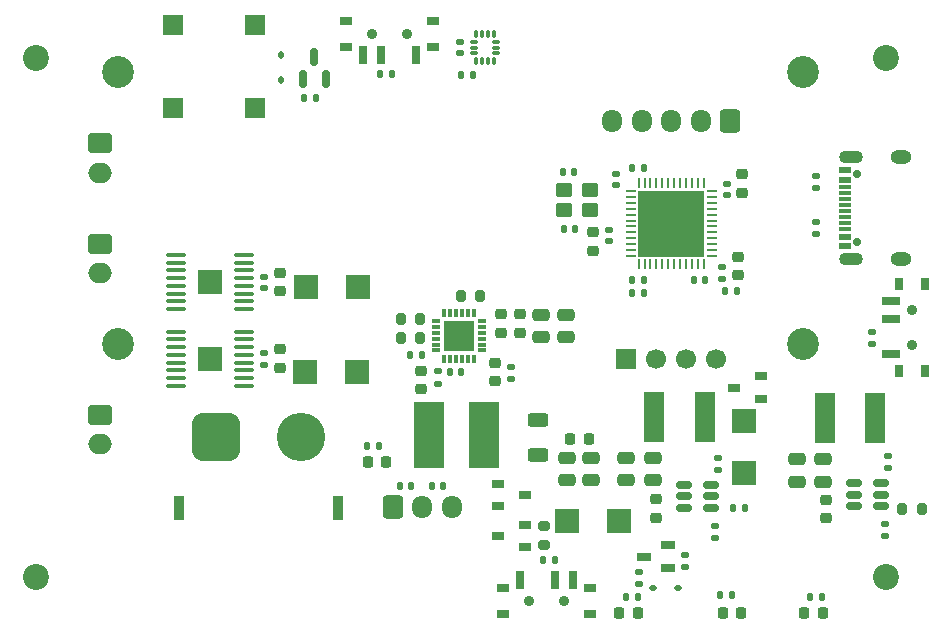
<source format=gbr>
%TF.GenerationSoftware,KiCad,Pcbnew,9.0.2*%
%TF.CreationDate,2025-12-01T07:49:58-05:00*%
%TF.ProjectId,VolleyBot,566f6c6c-6579-4426-9f74-2e6b69636164,rev?*%
%TF.SameCoordinates,Original*%
%TF.FileFunction,Soldermask,Top*%
%TF.FilePolarity,Negative*%
%FSLAX46Y46*%
G04 Gerber Fmt 4.6, Leading zero omitted, Abs format (unit mm)*
G04 Created by KiCad (PCBNEW 9.0.2) date 2025-12-01 07:49:58*
%MOMM*%
%LPD*%
G01*
G04 APERTURE LIST*
G04 Aperture macros list*
%AMRoundRect*
0 Rectangle with rounded corners*
0 $1 Rounding radius*
0 $2 $3 $4 $5 $6 $7 $8 $9 X,Y pos of 4 corners*
0 Add a 4 corners polygon primitive as box body*
4,1,4,$2,$3,$4,$5,$6,$7,$8,$9,$2,$3,0*
0 Add four circle primitives for the rounded corners*
1,1,$1+$1,$2,$3*
1,1,$1+$1,$4,$5*
1,1,$1+$1,$6,$7*
1,1,$1+$1,$8,$9*
0 Add four rect primitives between the rounded corners*
20,1,$1+$1,$2,$3,$4,$5,0*
20,1,$1+$1,$4,$5,$6,$7,0*
20,1,$1+$1,$6,$7,$8,$9,0*
20,1,$1+$1,$8,$9,$2,$3,0*%
G04 Aperture macros list end*
%ADD10R,2.000000X2.000000*%
%ADD11RoundRect,0.135000X0.135000X0.185000X-0.135000X0.185000X-0.135000X-0.185000X0.135000X-0.185000X0*%
%ADD12RoundRect,0.135000X-0.185000X0.135000X-0.185000X-0.135000X0.185000X-0.135000X0.185000X0.135000X0*%
%ADD13R,5.600000X5.600000*%
%ADD14RoundRect,0.062500X-0.062500X-0.375000X0.062500X-0.375000X0.062500X0.375000X-0.062500X0.375000X0*%
%ADD15RoundRect,0.062500X-0.375000X-0.062500X0.375000X-0.062500X0.375000X0.062500X-0.375000X0.062500X0*%
%ADD16RoundRect,0.087500X-0.225000X0.087500X-0.225000X-0.087500X0.225000X-0.087500X0.225000X0.087500X0*%
%ADD17RoundRect,0.087500X-0.087500X0.225000X-0.087500X-0.225000X0.087500X-0.225000X0.087500X0.225000X0*%
%ADD18RoundRect,0.135000X-0.135000X-0.185000X0.135000X-0.185000X0.135000X0.185000X-0.135000X0.185000X0*%
%ADD19RoundRect,0.225000X-0.250000X0.225000X-0.250000X-0.225000X0.250000X-0.225000X0.250000X0.225000X0*%
%ADD20RoundRect,0.140000X-0.170000X0.140000X-0.170000X-0.140000X0.170000X-0.140000X0.170000X0.140000X0*%
%ADD21RoundRect,0.140000X0.170000X-0.140000X0.170000X0.140000X-0.170000X0.140000X-0.170000X-0.140000X0*%
%ADD22RoundRect,0.250000X0.450000X0.350000X-0.450000X0.350000X-0.450000X-0.350000X0.450000X-0.350000X0*%
%ADD23RoundRect,0.140000X-0.140000X-0.170000X0.140000X-0.170000X0.140000X0.170000X-0.140000X0.170000X0*%
%ADD24RoundRect,0.218750X0.256250X-0.218750X0.256250X0.218750X-0.256250X0.218750X-0.256250X-0.218750X0*%
%ADD25RoundRect,0.225000X0.250000X-0.225000X0.250000X0.225000X-0.250000X0.225000X-0.250000X-0.225000X0*%
%ADD26R,1.800000X1.800000*%
%ADD27RoundRect,0.112500X0.112500X-0.187500X0.112500X0.187500X-0.112500X0.187500X-0.112500X-0.187500X0*%
%ADD28RoundRect,0.150000X0.150000X-0.587500X0.150000X0.587500X-0.150000X0.587500X-0.150000X-0.587500X0*%
%ADD29R,1.000000X0.800000*%
%ADD30O,1.700000X1.950000*%
%ADD31RoundRect,0.250000X0.600000X0.725000X-0.600000X0.725000X-0.600000X-0.725000X0.600000X-0.725000X0*%
%ADD32R,1.800000X4.200000*%
%ADD33RoundRect,0.150000X-0.512500X-0.150000X0.512500X-0.150000X0.512500X0.150000X-0.512500X0.150000X0*%
%ADD34RoundRect,0.250000X-0.475000X0.250000X-0.475000X-0.250000X0.475000X-0.250000X0.475000X0.250000X0*%
%ADD35C,2.200000*%
%ADD36RoundRect,0.135000X0.185000X-0.135000X0.185000X0.135000X-0.185000X0.135000X-0.185000X-0.135000X0*%
%ADD37RoundRect,0.200000X0.200000X0.275000X-0.200000X0.275000X-0.200000X-0.275000X0.200000X-0.275000X0*%
%ADD38RoundRect,0.200000X0.275000X-0.200000X0.275000X0.200000X-0.275000X0.200000X-0.275000X-0.200000X0*%
%ADD39RoundRect,0.250000X-0.625000X0.312500X-0.625000X-0.312500X0.625000X-0.312500X0.625000X0.312500X0*%
%ADD40O,1.800000X1.200000*%
%ADD41O,2.000000X1.100000*%
%ADD42R,1.100000X0.550000*%
%ADD43R,1.100000X0.300000*%
%ADD44C,0.700000*%
%ADD45RoundRect,0.218750X0.218750X0.256250X-0.218750X0.256250X-0.218750X-0.256250X0.218750X-0.256250X0*%
%ADD46RoundRect,0.140000X0.140000X0.170000X-0.140000X0.170000X-0.140000X-0.170000X0.140000X-0.170000X0*%
%ADD47RoundRect,0.218750X-0.218750X-0.256250X0.218750X-0.256250X0.218750X0.256250X-0.218750X0.256250X0*%
%ADD48R,0.700000X1.500000*%
%ADD49C,0.900000*%
%ADD50C,0.610000*%
%ADD51R,2.100000X2.030000*%
%ADD52O,1.750000X0.340000*%
%ADD53C,2.700000*%
%ADD54C,1.700000*%
%ADD55R,1.700000X1.700000*%
%ADD56RoundRect,0.250000X-0.750000X0.600000X-0.750000X-0.600000X0.750000X-0.600000X0.750000X0.600000X0*%
%ADD57O,2.000000X1.700000*%
%ADD58R,2.600000X2.600000*%
%ADD59R,0.700000X0.300000*%
%ADD60R,0.300000X0.700000*%
%ADD61RoundRect,0.200000X-0.200000X-0.275000X0.200000X-0.275000X0.200000X0.275000X-0.200000X0.275000X0*%
%ADD62R,1.250000X0.700000*%
%ADD63R,2.500000X5.700000*%
%ADD64RoundRect,0.250000X-0.600000X-0.725000X0.600000X-0.725000X0.600000X0.725000X-0.600000X0.725000X0*%
%ADD65RoundRect,0.112500X-0.187500X-0.112500X0.187500X-0.112500X0.187500X0.112500X-0.187500X0.112500X0*%
%ADD66RoundRect,0.250000X0.475000X-0.250000X0.475000X0.250000X-0.475000X0.250000X-0.475000X-0.250000X0*%
%ADD67R,0.800000X1.000000*%
%ADD68R,1.500000X0.700000*%
%ADD69R,0.900000X2.000000*%
%ADD70RoundRect,1.025000X1.025000X1.025000X-1.025000X1.025000X-1.025000X-1.025000X1.025000X-1.025000X0*%
%ADD71C,4.100000*%
G04 APERTURE END LIST*
D10*
%TO.C,D12*%
X122500000Y-107450000D03*
X126900000Y-107450000D03*
%TD*%
D11*
%TO.C,R21*%
X120490000Y-110800000D03*
X121510000Y-110800000D03*
%TD*%
D12*
%TO.C,R4*%
X148300000Y-92510000D03*
X148300000Y-91490000D03*
%TD*%
D13*
%TO.C,U1*%
X131300000Y-82300000D03*
D14*
X128550000Y-78862500D03*
X129050000Y-78862500D03*
X129550000Y-78862500D03*
X130050000Y-78862500D03*
X130550000Y-78862500D03*
X131050000Y-78862500D03*
X131550000Y-78862500D03*
X132050000Y-78862500D03*
X132550000Y-78862500D03*
X133050000Y-78862500D03*
X133550000Y-78862500D03*
X134050000Y-78862500D03*
D15*
X134737500Y-79550000D03*
X134737500Y-80050000D03*
X134737500Y-80550000D03*
X134737500Y-81050000D03*
X134737500Y-81550000D03*
X134737500Y-82050000D03*
X134737500Y-82550000D03*
X134737500Y-83050000D03*
X134737500Y-83550000D03*
X134737500Y-84050000D03*
X134737500Y-84550000D03*
X134737500Y-85050000D03*
D14*
X134050000Y-85737500D03*
X133550000Y-85737500D03*
X133050000Y-85737500D03*
X132550000Y-85737500D03*
X132050000Y-85737500D03*
X131550000Y-85737500D03*
X131050000Y-85737500D03*
X130550000Y-85737500D03*
X130050000Y-85737500D03*
X129550000Y-85737500D03*
X129050000Y-85737500D03*
X128550000Y-85737500D03*
D15*
X127862500Y-85050000D03*
X127862500Y-84550000D03*
X127862500Y-84050000D03*
X127862500Y-83550000D03*
X127862500Y-83050000D03*
X127862500Y-82550000D03*
X127862500Y-82050000D03*
X127862500Y-81550000D03*
X127862500Y-81050000D03*
X127862500Y-80550000D03*
X127862500Y-80050000D03*
X127862500Y-79550000D03*
%TD*%
D16*
%TO.C,U6*%
X116462500Y-66900000D03*
X116462500Y-67400000D03*
X116462500Y-67900000D03*
D17*
X116300000Y-68562500D03*
X115800000Y-68562500D03*
X115300000Y-68562500D03*
X114800000Y-68562500D03*
D16*
X114637500Y-67900000D03*
X114637500Y-67400000D03*
X114637500Y-66900000D03*
D17*
X114800000Y-66237500D03*
X115300000Y-66237500D03*
X115800000Y-66237500D03*
X116300000Y-66237500D03*
%TD*%
D18*
%TO.C,R12*%
X135880000Y-88000000D03*
X136900000Y-88000000D03*
%TD*%
D19*
%TO.C,C1*%
X137300000Y-78150000D03*
X137300000Y-79700000D03*
%TD*%
D20*
%TO.C,C2*%
X135600000Y-86000000D03*
X135600000Y-86960000D03*
%TD*%
D21*
%TO.C,C5*%
X126000000Y-83790000D03*
X126000000Y-82830000D03*
%TD*%
%TO.C,C22*%
X126600000Y-79080000D03*
X126600000Y-78120000D03*
%TD*%
D22*
%TO.C,Y1*%
X124400000Y-79472000D03*
X122200000Y-79472000D03*
X122200000Y-81172000D03*
X124400000Y-81172000D03*
%TD*%
D20*
%TO.C,C4*%
X136000000Y-78940000D03*
X136000000Y-79900000D03*
%TD*%
D11*
%TO.C,R6*%
X129000000Y-88200000D03*
X127980000Y-88200000D03*
%TD*%
D23*
%TO.C,C11*%
X133220000Y-87100000D03*
X134180000Y-87100000D03*
%TD*%
D18*
%TO.C,R5*%
X127980000Y-87100000D03*
X129000000Y-87100000D03*
%TD*%
D23*
%TO.C,C3*%
X128020000Y-77600000D03*
X128980000Y-77600000D03*
%TD*%
D24*
%TO.C,D3*%
X137000000Y-86675000D03*
X137000000Y-85100000D03*
%TD*%
D25*
%TO.C,C6*%
X124700000Y-84610000D03*
X124700000Y-83060000D03*
%TD*%
D18*
%TO.C,R22*%
X101200000Y-71700000D03*
X100180000Y-71700000D03*
%TD*%
D26*
%TO.C,BUZZER1*%
X96100000Y-65520000D03*
X89120000Y-72500000D03*
X89120000Y-65520000D03*
X96100000Y-72500000D03*
%TD*%
D27*
%TO.C,D7*%
X98300000Y-68050000D03*
X98300000Y-70150000D03*
%TD*%
D28*
%TO.C,Q4*%
X101100000Y-68162500D03*
X102050000Y-70037500D03*
X100150000Y-70037500D03*
%TD*%
D29*
%TO.C,Q2*%
X118950000Y-105300000D03*
X116650000Y-106250000D03*
X116650000Y-104350000D03*
%TD*%
D30*
%TO.C,J2*%
X126300000Y-73645000D03*
X128800000Y-73645000D03*
X131300000Y-73645000D03*
X133800000Y-73645000D03*
D31*
X136300000Y-73645000D03*
%TD*%
D32*
%TO.C,L2*%
X144300000Y-98750000D03*
X148600000Y-98750000D03*
%TD*%
D33*
%TO.C,U5*%
X149087500Y-104300000D03*
X149087500Y-105250000D03*
X149087500Y-106200000D03*
X146812500Y-106200000D03*
X146812500Y-105250000D03*
X146812500Y-104300000D03*
%TD*%
D34*
%TO.C,C26*%
X141950000Y-104150000D03*
X141950000Y-102250000D03*
%TD*%
D25*
%TO.C,C23*%
X144450000Y-105700000D03*
X144450000Y-107250000D03*
%TD*%
D34*
%TO.C,C25*%
X144200000Y-104150000D03*
X144200000Y-102250000D03*
%TD*%
D21*
%TO.C,C24*%
X149700000Y-102000000D03*
X149700000Y-102960000D03*
%TD*%
D35*
%TO.C,H3*%
X149500000Y-112250000D03*
%TD*%
D36*
%TO.C,R10*%
X149450000Y-107750000D03*
X149450000Y-108770000D03*
%TD*%
D37*
%TO.C,R11*%
X150850000Y-106500000D03*
X152500000Y-106500000D03*
%TD*%
D38*
%TO.C,R25*%
X120500000Y-109525000D03*
X120500000Y-107875000D03*
%TD*%
D39*
%TO.C,R19*%
X120000000Y-98937500D03*
X120000000Y-101862500D03*
%TD*%
D10*
%TO.C,D1*%
X137500000Y-103400000D03*
X137500000Y-99000000D03*
%TD*%
D21*
%TO.C,C13*%
X135250000Y-103130000D03*
X135250000Y-102170000D03*
%TD*%
D11*
%TO.C,R9*%
X137520000Y-106400000D03*
X136500000Y-106400000D03*
%TD*%
D32*
%TO.C,L1*%
X134150000Y-98650000D03*
X129850000Y-98650000D03*
%TD*%
D33*
%TO.C,U4*%
X132362500Y-104450000D03*
X132362500Y-105400000D03*
X132362500Y-106350000D03*
X134637500Y-106350000D03*
X134637500Y-105400000D03*
X134637500Y-104450000D03*
%TD*%
D34*
%TO.C,C14*%
X129750000Y-102150000D03*
X129750000Y-104050000D03*
%TD*%
%TO.C,C15*%
X127500000Y-102150000D03*
X127500000Y-104050000D03*
%TD*%
D25*
%TO.C,C12*%
X130000000Y-107200000D03*
X130000000Y-105650000D03*
%TD*%
D36*
%TO.C,R8*%
X135000000Y-108920000D03*
X135000000Y-107900000D03*
%TD*%
D12*
%TO.C,R3*%
X143600000Y-83220000D03*
X143600000Y-82200000D03*
%TD*%
D21*
%TO.C,C17*%
X96800000Y-86840000D03*
X96800000Y-87800000D03*
%TD*%
D40*
%TO.C,USB2*%
X150760000Y-76680000D03*
D41*
X146550000Y-76680000D03*
D40*
X150760000Y-85320000D03*
D41*
X146550000Y-85320000D03*
D42*
X146000000Y-77800000D03*
X146000000Y-78600000D03*
D43*
X146000000Y-79250000D03*
X146000000Y-79750000D03*
X146000000Y-80250000D03*
X146000000Y-80750000D03*
X146000000Y-81250000D03*
X146000000Y-81750000D03*
X146000000Y-82250000D03*
X146000000Y-82750000D03*
D42*
X146000000Y-83400000D03*
X146000000Y-84200000D03*
D44*
X147080000Y-78110000D03*
X147080000Y-83890000D03*
%TD*%
D45*
%TO.C,D2*%
X142550000Y-115300000D03*
X144125000Y-115300000D03*
%TD*%
D46*
%TO.C,C20*%
X113550000Y-69750000D03*
X114510000Y-69750000D03*
%TD*%
D29*
%TO.C,Q1*%
X136650000Y-96200000D03*
X138950000Y-95250000D03*
X138950000Y-97150000D03*
%TD*%
D36*
%TO.C,R2*%
X143600000Y-78280000D03*
X143600000Y-79300000D03*
%TD*%
D23*
%TO.C,C10*%
X123200000Y-82800000D03*
X122240000Y-82800000D03*
%TD*%
D18*
%TO.C,R1*%
X107697500Y-69632500D03*
X106677500Y-69632500D03*
%TD*%
D11*
%TO.C,R13*%
X135452500Y-113750000D03*
X136472500Y-113750000D03*
%TD*%
D12*
%TO.C,R7*%
X111550000Y-95847500D03*
X111550000Y-94827500D03*
%TD*%
D45*
%TO.C,FB1*%
X124337500Y-100550000D03*
X122762500Y-100550000D03*
%TD*%
D46*
%TO.C,C9*%
X122120000Y-77972000D03*
X123080000Y-77972000D03*
%TD*%
D47*
%TO.C,D4*%
X137250000Y-115250000D03*
X135675000Y-115250000D03*
%TD*%
D48*
%TO.C,SW3*%
X123000000Y-112500000D03*
X121500000Y-112500000D03*
X118500000Y-112500000D03*
D29*
X124400000Y-115360000D03*
X124400000Y-113150000D03*
D49*
X122250000Y-114260000D03*
X119250000Y-114260000D03*
D29*
X117100000Y-115360000D03*
X117100000Y-113150000D03*
%TD*%
D45*
%TO.C,D5*%
X126925000Y-115300000D03*
X128500000Y-115300000D03*
%TD*%
D50*
%TO.C,U2*%
X92750000Y-86750000D03*
X92750000Y-87750000D03*
X91750000Y-86750000D03*
X91750000Y-87750000D03*
D51*
X92250000Y-87250000D03*
D52*
X89380000Y-84970000D03*
X89380000Y-85620000D03*
X89380000Y-86270000D03*
X89380000Y-86930000D03*
X89380000Y-87580000D03*
X89380000Y-88230000D03*
X89380000Y-88880000D03*
X89380000Y-89530000D03*
X95120000Y-84970000D03*
X95120000Y-85620000D03*
X95120000Y-86270000D03*
X95120000Y-86930000D03*
X95120000Y-87580000D03*
X95120000Y-88230000D03*
X95120000Y-88880000D03*
X95120000Y-89530000D03*
%TD*%
D50*
%TO.C,U3*%
X92750000Y-93250000D03*
X92750000Y-94250000D03*
X91750000Y-93250000D03*
X91750000Y-94250000D03*
D51*
X92250000Y-93750000D03*
D52*
X89380000Y-91470000D03*
X89380000Y-92120000D03*
X89380000Y-92770000D03*
X89380000Y-93430000D03*
X89380000Y-94080000D03*
X89380000Y-94730000D03*
X89380000Y-95380000D03*
X89380000Y-96030000D03*
X95120000Y-91470000D03*
X95120000Y-92120000D03*
X95120000Y-92770000D03*
X95120000Y-93430000D03*
X95120000Y-94080000D03*
X95120000Y-94730000D03*
X95120000Y-95380000D03*
X95120000Y-96030000D03*
%TD*%
D34*
%TO.C,C8*%
X124550000Y-104050000D03*
X124550000Y-102150000D03*
%TD*%
%TO.C,C7*%
X122450000Y-102150000D03*
X122450000Y-104050000D03*
%TD*%
D25*
%TO.C,C16*%
X98200000Y-86500000D03*
X98200000Y-88050000D03*
%TD*%
%TO.C,C19*%
X98200000Y-92950000D03*
X98200000Y-94500000D03*
%TD*%
D20*
%TO.C,C21*%
X113450000Y-67880000D03*
X113450000Y-66920000D03*
%TD*%
D21*
%TO.C,C18*%
X96800000Y-93300000D03*
X96800000Y-94260000D03*
%TD*%
D53*
%TO.C,H7*%
X142500000Y-92500000D03*
%TD*%
D54*
%TO.C,J1*%
X135080000Y-93750000D03*
X132540000Y-93750000D03*
X130000000Y-93750000D03*
D55*
X127460000Y-93750000D03*
%TD*%
D56*
%TO.C,J7*%
X82945000Y-98500000D03*
D57*
X82945000Y-101000000D03*
%TD*%
D56*
%TO.C,J6*%
X82945000Y-84000000D03*
D57*
X82945000Y-86500000D03*
%TD*%
D56*
%TO.C,J5*%
X82945000Y-75500000D03*
D57*
X82945000Y-78000000D03*
%TD*%
D58*
%TO.C,U7*%
X113350000Y-91800000D03*
D59*
X115300000Y-90550000D03*
X115300000Y-91050000D03*
X115300000Y-91550000D03*
X115300000Y-92050000D03*
X115300000Y-92550000D03*
X115300000Y-93050000D03*
D60*
X114600000Y-93740000D03*
X114100000Y-93740000D03*
X113600000Y-93740000D03*
X113100000Y-93740000D03*
X112600000Y-93740000D03*
X112100000Y-93740000D03*
D59*
X111400000Y-93050000D03*
X111400000Y-92550000D03*
X111400000Y-92050000D03*
X111400000Y-91550000D03*
X111400000Y-91050000D03*
X111400000Y-90550000D03*
D60*
X112100000Y-89860000D03*
X112600000Y-89860000D03*
X113100000Y-89860000D03*
X113600000Y-89860000D03*
X114100000Y-89860000D03*
X114600000Y-89860000D03*
%TD*%
D11*
%TO.C,R28*%
X106575000Y-101100000D03*
X105555000Y-101100000D03*
%TD*%
%TO.C,R27*%
X144100000Y-113950000D03*
X143080000Y-113950000D03*
%TD*%
D18*
%TO.C,R26*%
X109230000Y-93422500D03*
X110250000Y-93422500D03*
%TD*%
D12*
%TO.C,R24*%
X128550000Y-111800000D03*
X128550000Y-112820000D03*
%TD*%
D36*
%TO.C,R23*%
X132500000Y-111410000D03*
X132500000Y-110390000D03*
%TD*%
D37*
%TO.C,R18*%
X115125000Y-88460000D03*
X113475000Y-88460000D03*
%TD*%
D61*
%TO.C,R17*%
X108400000Y-90422500D03*
X110050000Y-90422500D03*
%TD*%
%TO.C,R16*%
X108400000Y-92022500D03*
X110050000Y-92022500D03*
%TD*%
D18*
%TO.C,R15*%
X127500000Y-113900000D03*
X128520000Y-113900000D03*
%TD*%
D12*
%TO.C,R14*%
X117750000Y-94427500D03*
X117750000Y-95447500D03*
%TD*%
D29*
%TO.C,Q5*%
X118950000Y-107800000D03*
X116650000Y-108750000D03*
X118950000Y-109700000D03*
%TD*%
D62*
%TO.C,Q3*%
X131000000Y-111450000D03*
X131000000Y-109550000D03*
X129000000Y-110500000D03*
%TD*%
D63*
%TO.C,L4*%
X115500000Y-100190000D03*
X110800000Y-100210000D03*
%TD*%
D64*
%TO.C,J4*%
X107750000Y-106305000D03*
D30*
X110250000Y-106305000D03*
X112750000Y-106305000D03*
%TD*%
D10*
%TO.C,D10*%
X104800000Y-87700000D03*
X100400000Y-87700000D03*
%TD*%
%TO.C,D9*%
X104700000Y-94900000D03*
X100300000Y-94900000D03*
%TD*%
D65*
%TO.C,D8*%
X129800000Y-113200000D03*
X131900000Y-113200000D03*
%TD*%
D45*
%TO.C,D6*%
X107175000Y-102500000D03*
X105600000Y-102500000D03*
%TD*%
D46*
%TO.C,C35*%
X111980000Y-104500000D03*
X111020000Y-104500000D03*
%TD*%
%TO.C,C34*%
X108340000Y-104500000D03*
X109300000Y-104500000D03*
%TD*%
D19*
%TO.C,C33*%
X110150000Y-96322500D03*
X110150000Y-94772500D03*
%TD*%
D25*
%TO.C,C32*%
X116350000Y-95622500D03*
X116350000Y-94072500D03*
%TD*%
D23*
%TO.C,C31*%
X112590000Y-94900000D03*
X113550000Y-94900000D03*
%TD*%
D66*
%TO.C,C30*%
X122400000Y-91947500D03*
X122400000Y-90047500D03*
%TD*%
%TO.C,C29*%
X120300000Y-91947500D03*
X120300000Y-90047500D03*
%TD*%
D25*
%TO.C,C28*%
X118500000Y-91547500D03*
X118500000Y-89997500D03*
%TD*%
%TO.C,C27*%
X116900000Y-91547500D03*
X116900000Y-89997500D03*
%TD*%
D67*
%TO.C,SW2*%
X150600000Y-94750000D03*
X152810000Y-94750000D03*
D49*
X151710000Y-92600000D03*
X151710000Y-89600000D03*
D67*
X150600000Y-87450000D03*
X152810000Y-87450000D03*
D68*
X149950000Y-93350000D03*
X149950000Y-90350000D03*
X149950000Y-88850000D03*
%TD*%
D35*
%TO.C,H2*%
X77500000Y-112250000D03*
%TD*%
D69*
%TO.C,J3*%
X103100000Y-106350000D03*
X89600000Y-106350000D03*
D70*
X92750000Y-100350000D03*
D71*
X99950000Y-100350000D03*
%TD*%
D35*
%TO.C,H4*%
X77500000Y-68250000D03*
%TD*%
D53*
%TO.C,H5*%
X84500000Y-69500000D03*
%TD*%
%TO.C,H8*%
X84500000Y-92500000D03*
%TD*%
D35*
%TO.C,H1*%
X149500000Y-68250000D03*
%TD*%
D53*
%TO.C,H6*%
X142500000Y-69500000D03*
%TD*%
D29*
%TO.C,SW1*%
X111100000Y-67350000D03*
X111100000Y-65140000D03*
D49*
X108950000Y-66240000D03*
X105950000Y-66240000D03*
D29*
X103800000Y-67350000D03*
X103800000Y-65140000D03*
D48*
X109700000Y-68000000D03*
X106700000Y-68000000D03*
X105200000Y-68000000D03*
%TD*%
M02*

</source>
